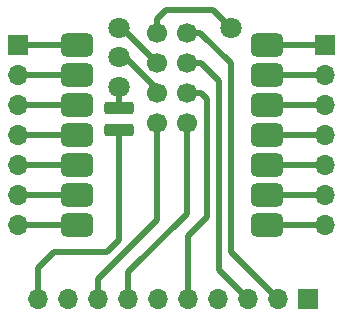
<source format=gbr>
%TF.GenerationSoftware,KiCad,Pcbnew,9.0.3*%
%TF.CreationDate,2025-08-30T15:17:24+02:00*%
%TF.ProjectId,rl_uc_module,726c5f75-635f-46d6-9f64-756c652e6b69,rev?*%
%TF.SameCoordinates,Original*%
%TF.FileFunction,Copper,L1,Top*%
%TF.FilePolarity,Positive*%
%FSLAX46Y46*%
G04 Gerber Fmt 4.6, Leading zero omitted, Abs format (unit mm)*
G04 Created by KiCad (PCBNEW 9.0.3) date 2025-08-30 15:17:24*
%MOMM*%
%LPD*%
G01*
G04 APERTURE LIST*
G04 Aperture macros list*
%AMRoundRect*
0 Rectangle with rounded corners*
0 $1 Rounding radius*
0 $2 $3 $4 $5 $6 $7 $8 $9 X,Y pos of 4 corners*
0 Add a 4 corners polygon primitive as box body*
4,1,4,$2,$3,$4,$5,$6,$7,$8,$9,$2,$3,0*
0 Add four circle primitives for the rounded corners*
1,1,$1+$1,$2,$3*
1,1,$1+$1,$4,$5*
1,1,$1+$1,$6,$7*
1,1,$1+$1,$8,$9*
0 Add four rect primitives between the rounded corners*
20,1,$1+$1,$2,$3,$4,$5,0*
20,1,$1+$1,$4,$5,$6,$7,0*
20,1,$1+$1,$6,$7,$8,$9,0*
20,1,$1+$1,$8,$9,$2,$3,0*%
G04 Aperture macros list end*
%TA.AperFunction,SMDPad,CuDef*%
%ADD10RoundRect,0.500000X-0.875000X-0.500000X0.875000X-0.500000X0.875000X0.500000X-0.875000X0.500000X0*%
%TD*%
%TA.AperFunction,SMDPad,CuDef*%
%ADD11RoundRect,0.275000X0.975000X0.275000X-0.975000X0.275000X-0.975000X-0.275000X0.975000X-0.275000X0*%
%TD*%
%TA.AperFunction,SMDPad,CuDef*%
%ADD12C,1.700000*%
%TD*%
%TA.AperFunction,ComponentPad*%
%ADD13R,1.700000X1.700000*%
%TD*%
%TA.AperFunction,ComponentPad*%
%ADD14O,1.700000X1.700000*%
%TD*%
%TA.AperFunction,ViaPad*%
%ADD15C,1.800000*%
%TD*%
%TA.AperFunction,Conductor*%
%ADD16C,0.500000*%
%TD*%
G04 APERTURE END LIST*
D10*
%TO.P,U1,1,TCH1_GPIO1_A0_D0*%
%TO.N,Net-(U1-TCH1_GPIO1_A0_D0)*%
X91938636Y-92427000D03*
%TO.P,U1,2,TCH2_GPIO2_A1_D1*%
%TO.N,Net-(U1-TCH2_GPIO2_A1_D1)*%
X91938636Y-94967000D03*
%TO.P,U1,3,TCH3_GPIO3_A2_D2*%
%TO.N,Net-(U1-TCH3_GPIO3_A2_D2)*%
X91938636Y-97507000D03*
%TO.P,U1,4,TCH4_GPIO4_A3_D3*%
%TO.N,Net-(U1-TCH4_GPIO4_A3_D3)*%
X91938636Y-100047000D03*
%TO.P,U1,5,TCH5_GPIO5_A4_D4_SDA*%
%TO.N,Net-(U1-TCH5_GPIO5_A4_D4_SDA)*%
X91938636Y-102587000D03*
%TO.P,U1,6,TCH6_GPIO6_A5_D5_SCL*%
%TO.N,Net-(U1-TCH6_GPIO6_A5_D5_SCL)*%
X91938636Y-105127000D03*
%TO.P,U1,7,GPIO43_TX_D6*%
%TO.N,Net-(U1-GPIO43_TX_D6)*%
X91938636Y-107667000D03*
%TO.P,U1,8,GPIO44_D7_RX*%
%TO.N,Net-(U1-GPIO44_D7_RX)*%
X108103636Y-107667000D03*
%TO.P,U1,9,TCH7_GPIO7_A8_D8_SCK*%
%TO.N,Net-(U1-TCH7_GPIO7_A8_D8_SCK)*%
X108103636Y-105127000D03*
%TO.P,U1,10,TCH8_GPIO8_A9_D9_MISO*%
%TO.N,Net-(U1-TCH8_GPIO8_A9_D9_MISO)*%
X108103636Y-102587000D03*
%TO.P,U1,11,TCH9_GPIO9_A10_D10_MOSI*%
%TO.N,Net-(U1-TCH9_GPIO9_A10_D10_MOSI)*%
X108103636Y-100047000D03*
%TO.P,U1,12,3V3*%
%TO.N,Net-(U1-3V3)*%
X108103636Y-97507000D03*
%TO.P,U1,13,GND*%
%TO.N,Net-(U1-GND-Pad13)*%
X108103636Y-94967000D03*
%TO.P,U1,14,5V*%
%TO.N,Net-(U1-5V)*%
X108103636Y-92427000D03*
D11*
%TO.P,U1,15,BAT+*%
%TO.N,Net-(U1-BAT+)*%
X95548636Y-99665000D03*
%TO.P,U1,16,BAT-*%
%TO.N,Net-(U1-BAT-)*%
X95548636Y-97760000D03*
D12*
%TO.P,U1,17,MTDI*%
%TO.N,Net-(U1-MTDI)*%
X98723636Y-91415000D03*
%TO.P,U1,18,MTDO*%
%TO.N,Net-(U1-MTDO)*%
X101263636Y-91415000D03*
%TO.P,U1,19,EN*%
%TO.N,Net-(U1-EN)*%
X98723636Y-93955000D03*
%TO.P,U1,20,GND*%
%TO.N,Net-(U1-GND-Pad20)*%
X101263636Y-93955000D03*
%TO.P,U1,21,MTMS*%
%TO.N,Net-(U1-MTMS)*%
X98723636Y-96495000D03*
%TO.P,U1,22,MTCK*%
%TO.N,Net-(U1-MTCK)*%
X101263636Y-96495000D03*
%TO.P,U1,23,D-*%
%TO.N,Net-(U1-D-)*%
X98723636Y-99035000D03*
%TO.P,U1,24,D+*%
%TO.N,Net-(U1-D+)*%
X101263636Y-99035000D03*
%TD*%
D13*
%TO.P,X3,1*%
%TO.N,Net-(U1-MTDI)*%
X111540000Y-114000000D03*
D14*
%TO.P,X3,2*%
%TO.N,Net-(U1-MTDO)*%
X109000000Y-114000000D03*
%TO.P,X3,3*%
%TO.N,Net-(U1-GND-Pad20)*%
X106460000Y-114000000D03*
%TO.P,X3,4*%
%TO.N,Net-(U1-EN)*%
X103920000Y-114000000D03*
%TO.P,X3,5*%
%TO.N,Net-(U1-MTCK)*%
X101380000Y-114000000D03*
%TO.P,X3,6*%
%TO.N,Net-(U1-MTMS)*%
X98840000Y-114000000D03*
%TO.P,X3,7*%
%TO.N,Net-(U1-D+)*%
X96300000Y-114000000D03*
%TO.P,X3,8*%
%TO.N,Net-(U1-D-)*%
X93760000Y-114000000D03*
%TO.P,X3,9*%
%TO.N,Net-(U1-BAT-)*%
X91220000Y-114000000D03*
%TO.P,X3,10*%
%TO.N,Net-(U1-BAT+)*%
X88680000Y-114000000D03*
%TD*%
D13*
%TO.P,X1,1*%
%TO.N,Net-(U1-TCH1_GPIO1_A0_D0)*%
X87000000Y-92420000D03*
D14*
%TO.P,X1,2*%
%TO.N,Net-(U1-TCH2_GPIO2_A1_D1)*%
X87000000Y-94960000D03*
%TO.P,X1,3*%
%TO.N,Net-(U1-TCH3_GPIO3_A2_D2)*%
X87000000Y-97500000D03*
%TO.P,X1,4*%
%TO.N,Net-(U1-TCH4_GPIO4_A3_D3)*%
X87000000Y-100040000D03*
%TO.P,X1,5*%
%TO.N,Net-(U1-TCH5_GPIO5_A4_D4_SDA)*%
X87000000Y-102580000D03*
%TO.P,X1,6*%
%TO.N,Net-(U1-TCH6_GPIO6_A5_D5_SCL)*%
X87000000Y-105120000D03*
%TO.P,X1,7*%
%TO.N,Net-(U1-GPIO43_TX_D6)*%
X87000000Y-107660000D03*
%TD*%
D13*
%TO.P,X2,1*%
%TO.N,Net-(U1-5V)*%
X113000000Y-92420000D03*
D14*
%TO.P,X2,2*%
%TO.N,Net-(U1-GND-Pad13)*%
X113000000Y-94960000D03*
%TO.P,X2,3*%
%TO.N,Net-(U1-3V3)*%
X113000000Y-97500000D03*
%TO.P,X2,4*%
%TO.N,Net-(U1-TCH9_GPIO9_A10_D10_MOSI)*%
X113000000Y-100040000D03*
%TO.P,X2,5*%
%TO.N,Net-(U1-TCH8_GPIO8_A9_D9_MISO)*%
X113000000Y-102580000D03*
%TO.P,X2,6*%
%TO.N,Net-(U1-TCH7_GPIO7_A8_D8_SCK)*%
X113000000Y-105120000D03*
%TO.P,X2,7*%
%TO.N,Net-(U1-GPIO44_D7_RX)*%
X113000000Y-107660000D03*
%TD*%
D15*
%TO.N,Net-(U1-MTMS)*%
X95500000Y-93500000D03*
%TO.N,Net-(U1-EN)*%
X95500000Y-91000000D03*
%TO.N,Net-(U1-MTDI)*%
X105000000Y-91000000D03*
%TO.N,Net-(U1-BAT-)*%
X95500000Y-96000000D03*
%TD*%
D16*
%TO.N,Net-(U1-5V)*%
X108103636Y-92427000D02*
X112993000Y-92427000D01*
X112993000Y-92427000D02*
X113000000Y-92420000D01*
%TO.N,Net-(U1-MTCK)*%
X101380000Y-114000000D02*
X101380000Y-108620000D01*
X103000000Y-97000000D02*
X102495000Y-96495000D01*
X103000000Y-107000000D02*
X103000000Y-97000000D01*
X101380000Y-108620000D02*
X103000000Y-107000000D01*
X102495000Y-96495000D02*
X101263636Y-96495000D01*
%TO.N,Net-(U1-GND-Pad20)*%
X102455000Y-93955000D02*
X101263636Y-93955000D01*
X104000000Y-111540000D02*
X104000000Y-95500000D01*
X104000000Y-95500000D02*
X102455000Y-93955000D01*
X106460000Y-114000000D02*
X104000000Y-111540000D01*
%TO.N,Net-(U1-MTDO)*%
X102415000Y-91415000D02*
X101263636Y-91415000D01*
X105000000Y-94000000D02*
X102415000Y-91415000D01*
X109000000Y-114000000D02*
X105000000Y-110000000D01*
X105000000Y-110000000D02*
X105000000Y-94000000D01*
%TO.N,Net-(U1-D+)*%
X96300000Y-114000000D02*
X96300000Y-111700000D01*
X96300000Y-111700000D02*
X101263636Y-106736364D01*
X101263636Y-106736364D02*
X101263636Y-99035000D01*
%TO.N,Net-(U1-MTMS)*%
X98723636Y-96223636D02*
X98723636Y-96495000D01*
X96000000Y-93500000D02*
X98723636Y-96223636D01*
X95500000Y-93500000D02*
X96000000Y-93500000D01*
%TO.N,Net-(U1-D-)*%
X98723636Y-107276364D02*
X98723636Y-99035000D01*
X93760000Y-112240000D02*
X98723636Y-107276364D01*
X93760000Y-114000000D02*
X93760000Y-112240000D01*
%TO.N,Net-(U1-GPIO43_TX_D6)*%
X87007000Y-107667000D02*
X87000000Y-107660000D01*
X91938636Y-107667000D02*
X87007000Y-107667000D01*
%TO.N,Net-(U1-TCH8_GPIO8_A9_D9_MISO)*%
X112993000Y-102587000D02*
X113000000Y-102580000D01*
X108103636Y-102587000D02*
X112993000Y-102587000D01*
%TO.N,Net-(U1-EN)*%
X95768636Y-91000000D02*
X98723636Y-93955000D01*
X95500000Y-91000000D02*
X95768636Y-91000000D01*
%TO.N,Net-(U1-TCH9_GPIO9_A10_D10_MOSI)*%
X112993000Y-100047000D02*
X113000000Y-100040000D01*
X108103636Y-100047000D02*
X112993000Y-100047000D01*
%TO.N,Net-(U1-MTDI)*%
X105000000Y-91000000D02*
X103500000Y-89500000D01*
X99500000Y-89500000D02*
X98723636Y-90276364D01*
X103500000Y-89500000D02*
X99500000Y-89500000D01*
X98723636Y-90276364D02*
X98723636Y-91415000D01*
%TO.N,Net-(U1-GND-Pad13)*%
X112993000Y-94967000D02*
X113000000Y-94960000D01*
X108103636Y-94967000D02*
X112993000Y-94967000D01*
%TO.N,Net-(U1-3V3)*%
X112993000Y-97507000D02*
X113000000Y-97500000D01*
X108103636Y-97507000D02*
X112993000Y-97507000D01*
%TO.N,Net-(U1-TCH5_GPIO5_A4_D4_SDA)*%
X91938636Y-102587000D02*
X87007000Y-102587000D01*
X87007000Y-102587000D02*
X87000000Y-102580000D01*
%TO.N,Net-(U1-TCH1_GPIO1_A0_D0)*%
X91938636Y-92427000D02*
X87007000Y-92427000D01*
X87007000Y-92427000D02*
X87000000Y-92420000D01*
%TO.N,Net-(U1-TCH4_GPIO4_A3_D3)*%
X91938636Y-100047000D02*
X87007000Y-100047000D01*
X87007000Y-100047000D02*
X87000000Y-100040000D01*
%TO.N,Net-(U1-BAT-)*%
X95500000Y-96000000D02*
X95500000Y-97711364D01*
X95500000Y-97711364D02*
X95548636Y-97760000D01*
%TO.N,Net-(U1-TCH2_GPIO2_A1_D1)*%
X91938636Y-94967000D02*
X87007000Y-94967000D01*
X87007000Y-94967000D02*
X87000000Y-94960000D01*
%TO.N,Net-(U1-TCH7_GPIO7_A8_D8_SCK)*%
X112993000Y-105127000D02*
X113000000Y-105120000D01*
X108103636Y-105127000D02*
X112993000Y-105127000D01*
%TO.N,Net-(U1-TCH6_GPIO6_A5_D5_SCL)*%
X87007000Y-105127000D02*
X87000000Y-105120000D01*
X91938636Y-105127000D02*
X87007000Y-105127000D01*
%TO.N,Net-(U1-GPIO44_D7_RX)*%
X112993000Y-107667000D02*
X113000000Y-107660000D01*
X108103636Y-107667000D02*
X112993000Y-107667000D01*
%TO.N,Net-(U1-BAT+)*%
X90000000Y-110000000D02*
X94500000Y-110000000D01*
X94500000Y-110000000D02*
X95548636Y-108951364D01*
X88680000Y-114000000D02*
X88680000Y-111320000D01*
X95548636Y-108951364D02*
X95548636Y-99665000D01*
X88680000Y-111320000D02*
X90000000Y-110000000D01*
%TO.N,Net-(U1-TCH3_GPIO3_A2_D2)*%
X87007000Y-97507000D02*
X87000000Y-97500000D01*
X91938636Y-97507000D02*
X87007000Y-97507000D01*
%TD*%
M02*

</source>
